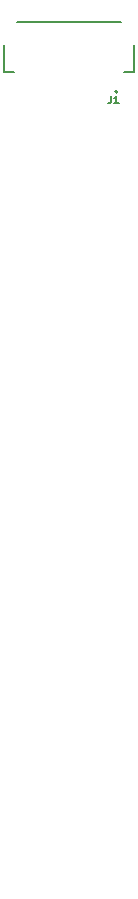
<source format=gto>
G04 #@! TF.GenerationSoftware,KiCad,Pcbnew,7.0.8*
G04 #@! TF.CreationDate,2023-10-17T04:22:41-07:00*
G04 #@! TF.ProjectId,Seismos_4-Key,53656973-6d6f-4735-9f34-2d4b65792e6b,rev?*
G04 #@! TF.SameCoordinates,Original*
G04 #@! TF.FileFunction,Legend,Top*
G04 #@! TF.FilePolarity,Positive*
%FSLAX46Y46*%
G04 Gerber Fmt 4.6, Leading zero omitted, Abs format (unit mm)*
G04 Created by KiCad (PCBNEW 7.0.8) date 2023-10-17 04:22:41*
%MOMM*%
%LPD*%
G01*
G04 APERTURE LIST*
%ADD10C,0.150000*%
%ADD11C,0.127000*%
%ADD12C,0.200000*%
%ADD13C,2.300000*%
%ADD14C,1.000000*%
%ADD15C,3.000000*%
%ADD16C,4.000000*%
%ADD17R,0.600000X1.550000*%
%ADD18R,1.200000X1.800000*%
%ADD19C,3.200000*%
G04 APERTURE END LIST*
D10*
X45524667Y-60019200D02*
X45667524Y-60066819D01*
X45667524Y-60066819D02*
X45905619Y-60066819D01*
X45905619Y-60066819D02*
X46000857Y-60019200D01*
X46000857Y-60019200D02*
X46048476Y-59971580D01*
X46048476Y-59971580D02*
X46096095Y-59876342D01*
X46096095Y-59876342D02*
X46096095Y-59781104D01*
X46096095Y-59781104D02*
X46048476Y-59685866D01*
X46048476Y-59685866D02*
X46000857Y-59638247D01*
X46000857Y-59638247D02*
X45905619Y-59590628D01*
X45905619Y-59590628D02*
X45715143Y-59543009D01*
X45715143Y-59543009D02*
X45619905Y-59495390D01*
X45619905Y-59495390D02*
X45572286Y-59447771D01*
X45572286Y-59447771D02*
X45524667Y-59352533D01*
X45524667Y-59352533D02*
X45524667Y-59257295D01*
X45524667Y-59257295D02*
X45572286Y-59162057D01*
X45572286Y-59162057D02*
X45619905Y-59114438D01*
X45619905Y-59114438D02*
X45715143Y-59066819D01*
X45715143Y-59066819D02*
X45953238Y-59066819D01*
X45953238Y-59066819D02*
X46096095Y-59114438D01*
X46429429Y-59066819D02*
X46667524Y-60066819D01*
X46667524Y-60066819D02*
X46858000Y-59352533D01*
X46858000Y-59352533D02*
X47048476Y-60066819D01*
X47048476Y-60066819D02*
X47286572Y-59066819D01*
X47619905Y-59162057D02*
X47667524Y-59114438D01*
X47667524Y-59114438D02*
X47762762Y-59066819D01*
X47762762Y-59066819D02*
X48000857Y-59066819D01*
X48000857Y-59066819D02*
X48096095Y-59114438D01*
X48096095Y-59114438D02*
X48143714Y-59162057D01*
X48143714Y-59162057D02*
X48191333Y-59257295D01*
X48191333Y-59257295D02*
X48191333Y-59352533D01*
X48191333Y-59352533D02*
X48143714Y-59495390D01*
X48143714Y-59495390D02*
X47572286Y-60066819D01*
X47572286Y-60066819D02*
X48191333Y-60066819D01*
X45524667Y-41019200D02*
X45667524Y-41066819D01*
X45667524Y-41066819D02*
X45905619Y-41066819D01*
X45905619Y-41066819D02*
X46000857Y-41019200D01*
X46000857Y-41019200D02*
X46048476Y-40971580D01*
X46048476Y-40971580D02*
X46096095Y-40876342D01*
X46096095Y-40876342D02*
X46096095Y-40781104D01*
X46096095Y-40781104D02*
X46048476Y-40685866D01*
X46048476Y-40685866D02*
X46000857Y-40638247D01*
X46000857Y-40638247D02*
X45905619Y-40590628D01*
X45905619Y-40590628D02*
X45715143Y-40543009D01*
X45715143Y-40543009D02*
X45619905Y-40495390D01*
X45619905Y-40495390D02*
X45572286Y-40447771D01*
X45572286Y-40447771D02*
X45524667Y-40352533D01*
X45524667Y-40352533D02*
X45524667Y-40257295D01*
X45524667Y-40257295D02*
X45572286Y-40162057D01*
X45572286Y-40162057D02*
X45619905Y-40114438D01*
X45619905Y-40114438D02*
X45715143Y-40066819D01*
X45715143Y-40066819D02*
X45953238Y-40066819D01*
X45953238Y-40066819D02*
X46096095Y-40114438D01*
X46429429Y-40066819D02*
X46667524Y-41066819D01*
X46667524Y-41066819D02*
X46858000Y-40352533D01*
X46858000Y-40352533D02*
X47048476Y-41066819D01*
X47048476Y-41066819D02*
X47286572Y-40066819D01*
X48191333Y-41066819D02*
X47619905Y-41066819D01*
X47905619Y-41066819D02*
X47905619Y-40066819D01*
X47905619Y-40066819D02*
X47810381Y-40209676D01*
X47810381Y-40209676D02*
X47715143Y-40304914D01*
X47715143Y-40304914D02*
X47619905Y-40352533D01*
X45524667Y-79019200D02*
X45667524Y-79066819D01*
X45667524Y-79066819D02*
X45905619Y-79066819D01*
X45905619Y-79066819D02*
X46000857Y-79019200D01*
X46000857Y-79019200D02*
X46048476Y-78971580D01*
X46048476Y-78971580D02*
X46096095Y-78876342D01*
X46096095Y-78876342D02*
X46096095Y-78781104D01*
X46096095Y-78781104D02*
X46048476Y-78685866D01*
X46048476Y-78685866D02*
X46000857Y-78638247D01*
X46000857Y-78638247D02*
X45905619Y-78590628D01*
X45905619Y-78590628D02*
X45715143Y-78543009D01*
X45715143Y-78543009D02*
X45619905Y-78495390D01*
X45619905Y-78495390D02*
X45572286Y-78447771D01*
X45572286Y-78447771D02*
X45524667Y-78352533D01*
X45524667Y-78352533D02*
X45524667Y-78257295D01*
X45524667Y-78257295D02*
X45572286Y-78162057D01*
X45572286Y-78162057D02*
X45619905Y-78114438D01*
X45619905Y-78114438D02*
X45715143Y-78066819D01*
X45715143Y-78066819D02*
X45953238Y-78066819D01*
X45953238Y-78066819D02*
X46096095Y-78114438D01*
X46429429Y-78066819D02*
X46667524Y-79066819D01*
X46667524Y-79066819D02*
X46858000Y-78352533D01*
X46858000Y-78352533D02*
X47048476Y-79066819D01*
X47048476Y-79066819D02*
X47286572Y-78066819D01*
X47572286Y-78066819D02*
X48191333Y-78066819D01*
X48191333Y-78066819D02*
X47858000Y-78447771D01*
X47858000Y-78447771D02*
X48000857Y-78447771D01*
X48000857Y-78447771D02*
X48096095Y-78495390D01*
X48096095Y-78495390D02*
X48143714Y-78543009D01*
X48143714Y-78543009D02*
X48191333Y-78638247D01*
X48191333Y-78638247D02*
X48191333Y-78876342D01*
X48191333Y-78876342D02*
X48143714Y-78971580D01*
X48143714Y-78971580D02*
X48096095Y-79019200D01*
X48096095Y-79019200D02*
X48000857Y-79066819D01*
X48000857Y-79066819D02*
X47715143Y-79066819D01*
X47715143Y-79066819D02*
X47619905Y-79019200D01*
X47619905Y-79019200D02*
X47572286Y-78971580D01*
X45524667Y-98019200D02*
X45667524Y-98066819D01*
X45667524Y-98066819D02*
X45905619Y-98066819D01*
X45905619Y-98066819D02*
X46000857Y-98019200D01*
X46000857Y-98019200D02*
X46048476Y-97971580D01*
X46048476Y-97971580D02*
X46096095Y-97876342D01*
X46096095Y-97876342D02*
X46096095Y-97781104D01*
X46096095Y-97781104D02*
X46048476Y-97685866D01*
X46048476Y-97685866D02*
X46000857Y-97638247D01*
X46000857Y-97638247D02*
X45905619Y-97590628D01*
X45905619Y-97590628D02*
X45715143Y-97543009D01*
X45715143Y-97543009D02*
X45619905Y-97495390D01*
X45619905Y-97495390D02*
X45572286Y-97447771D01*
X45572286Y-97447771D02*
X45524667Y-97352533D01*
X45524667Y-97352533D02*
X45524667Y-97257295D01*
X45524667Y-97257295D02*
X45572286Y-97162057D01*
X45572286Y-97162057D02*
X45619905Y-97114438D01*
X45619905Y-97114438D02*
X45715143Y-97066819D01*
X45715143Y-97066819D02*
X45953238Y-97066819D01*
X45953238Y-97066819D02*
X46096095Y-97114438D01*
X46429429Y-97066819D02*
X46667524Y-98066819D01*
X46667524Y-98066819D02*
X46858000Y-97352533D01*
X46858000Y-97352533D02*
X47048476Y-98066819D01*
X47048476Y-98066819D02*
X47286572Y-97066819D01*
X48096095Y-97400152D02*
X48096095Y-98066819D01*
X47858000Y-97019200D02*
X47619905Y-97733485D01*
X47619905Y-97733485D02*
X48238952Y-97733485D01*
X50554667Y-31954676D02*
X50554667Y-32411819D01*
X50554667Y-32411819D02*
X50524190Y-32503247D01*
X50524190Y-32503247D02*
X50463238Y-32564200D01*
X50463238Y-32564200D02*
X50371809Y-32594676D01*
X50371809Y-32594676D02*
X50310857Y-32594676D01*
X51194667Y-32594676D02*
X50828952Y-32594676D01*
X51011809Y-32594676D02*
X51011809Y-31954676D01*
X51011809Y-31954676D02*
X50950857Y-32046104D01*
X50950857Y-32046104D02*
X50889905Y-32107057D01*
X50889905Y-32107057D02*
X50828952Y-32137533D01*
D11*
X52500000Y-29950000D02*
X52500000Y-27620000D01*
X51620000Y-29950000D02*
X52500000Y-29950000D01*
X51390000Y-25700000D02*
X42610000Y-25700000D01*
X42380000Y-29950000D02*
X41500000Y-29950000D01*
X41500000Y-29950000D02*
X41500000Y-27620000D01*
D12*
X51100000Y-31600000D02*
G75*
G03*
X51100000Y-31600000I-100000J0D01*
G01*
%LPC*%
D13*
X41700000Y-60000000D03*
D14*
X41780000Y-56384200D03*
D15*
X42000000Y-63800000D03*
X44460000Y-65080000D03*
D16*
X47000000Y-60000000D03*
D15*
X47000000Y-65900000D03*
X50810000Y-62540000D03*
D14*
X52220000Y-56384200D03*
D13*
X52300000Y-60000000D03*
X41700000Y-41000000D03*
D14*
X41780000Y-37384200D03*
D15*
X42000000Y-44800000D03*
X44460000Y-46080000D03*
D16*
X47000000Y-41000000D03*
D15*
X47000000Y-46900000D03*
X50810000Y-43540000D03*
D14*
X52220000Y-37384200D03*
D13*
X52300000Y-41000000D03*
X41700000Y-79000000D03*
D14*
X41780000Y-75384200D03*
D15*
X42000000Y-82800000D03*
X44460000Y-84080000D03*
D16*
X47000000Y-79000000D03*
D15*
X47000000Y-84900000D03*
X50810000Y-81540000D03*
D14*
X52220000Y-75384200D03*
D13*
X52300000Y-79000000D03*
X41700000Y-98000000D03*
D14*
X41780000Y-94384200D03*
D15*
X42000000Y-101800000D03*
X44460000Y-103080000D03*
D16*
X47000000Y-98000000D03*
D15*
X47000000Y-103900000D03*
X50810000Y-100540000D03*
D14*
X52220000Y-94384200D03*
D13*
X52300000Y-98000000D03*
D17*
X51000000Y-30275000D03*
X50000000Y-30275000D03*
X49000000Y-30275000D03*
X48000000Y-30275000D03*
X47000000Y-30275000D03*
X46000000Y-30275000D03*
X45000000Y-30275000D03*
X44000000Y-30275000D03*
X43000000Y-30275000D03*
D18*
X52300000Y-26400000D03*
X41700000Y-26400000D03*
D19*
X53500000Y-108500000D03*
X40500000Y-108500000D03*
%LPD*%
M02*

</source>
